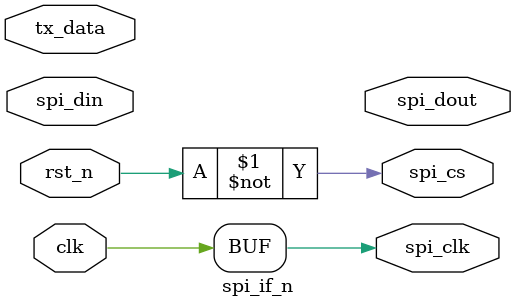
<source format=v>
`timescale 1ns / 1ps
module spi_if_n(
    input           clk      ,    // Input clock
    input           rst_n    ,
    input [7:0]     tx_data  ,
    input           spi_din  ,
    output          spi_clk  ,
    output          spi_dout ,
    output          spi_cs
    );

    reg [2:0]       rx_cnt;
    reg [2:0]       tx_cnt;

    assign spi_clk = clk;
    assign spi_cs   = ~rst_n;

    // Serial Data Out
    always @(posedge clk)
        begin
        if(!rst_n)
            begin
            tx_cnt      <= 3'b111;
            spi_out_reg <= 1'b0;
            end
        else
            begin
            if(tx_en)
                begin
                spi_out_reg <= tx_data[tx_cnt];
                if(tx_cnt==3'b000)
                    begin
                    tx_cnt <= 3'b111;
                    end
                end
            end
        end

    // Serial Data In
    always @(negedge clk)
        begin
        if(!rst_n)
            begin

            end
        else
            begin

            end
        end

endmodule

</source>
